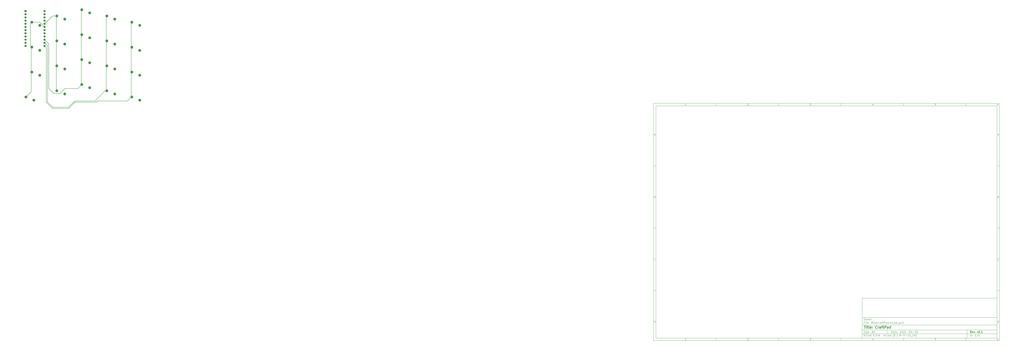
<source format=gbr>
%TF.GenerationSoftware,KiCad,Pcbnew,(5.1.9-0-10_14)*%
%TF.CreationDate,2021-04-02T00:26:10+08:00*%
%TF.ProjectId,MinecraftPad,4d696e65-6372-4616-9674-5061642e6b69,v0.1*%
%TF.SameCoordinates,Original*%
%TF.FileFunction,Copper,L2,Bot*%
%TF.FilePolarity,Positive*%
%FSLAX46Y46*%
G04 Gerber Fmt 4.6, Leading zero omitted, Abs format (unit mm)*
G04 Created by KiCad (PCBNEW (5.1.9-0-10_14)) date 2021-04-02 00:26:10*
%MOMM*%
%LPD*%
G01*
G04 APERTURE LIST*
%ADD10C,0.100000*%
%ADD11C,0.150000*%
%ADD12C,0.300000*%
%ADD13C,0.400000*%
%TA.AperFunction,ComponentPad*%
%ADD14C,2.200000*%
%TD*%
%TA.AperFunction,ComponentPad*%
%ADD15C,1.752600*%
%TD*%
%TA.AperFunction,ComponentPad*%
%ADD16R,1.752600X1.752600*%
%TD*%
%TA.AperFunction,Conductor*%
%ADD17C,0.250000*%
%TD*%
G04 APERTURE END LIST*
D10*
D11*
X177002200Y-166007200D02*
X177002200Y-198007200D01*
X285002200Y-198007200D01*
X285002200Y-166007200D01*
X177002200Y-166007200D01*
D10*
D11*
X10000000Y-10000000D02*
X10000000Y-200007200D01*
X287002200Y-200007200D01*
X287002200Y-10000000D01*
X10000000Y-10000000D01*
D10*
D11*
X12000000Y-12000000D02*
X12000000Y-198007200D01*
X285002200Y-198007200D01*
X285002200Y-12000000D01*
X12000000Y-12000000D01*
D10*
D11*
X60000000Y-12000000D02*
X60000000Y-10000000D01*
D10*
D11*
X110000000Y-12000000D02*
X110000000Y-10000000D01*
D10*
D11*
X160000000Y-12000000D02*
X160000000Y-10000000D01*
D10*
D11*
X210000000Y-12000000D02*
X210000000Y-10000000D01*
D10*
D11*
X260000000Y-12000000D02*
X260000000Y-10000000D01*
D10*
D11*
X36065476Y-11588095D02*
X35322619Y-11588095D01*
X35694047Y-11588095D02*
X35694047Y-10288095D01*
X35570238Y-10473809D01*
X35446428Y-10597619D01*
X35322619Y-10659523D01*
D10*
D11*
X85322619Y-10411904D02*
X85384523Y-10350000D01*
X85508333Y-10288095D01*
X85817857Y-10288095D01*
X85941666Y-10350000D01*
X86003571Y-10411904D01*
X86065476Y-10535714D01*
X86065476Y-10659523D01*
X86003571Y-10845238D01*
X85260714Y-11588095D01*
X86065476Y-11588095D01*
D10*
D11*
X135260714Y-10288095D02*
X136065476Y-10288095D01*
X135632142Y-10783333D01*
X135817857Y-10783333D01*
X135941666Y-10845238D01*
X136003571Y-10907142D01*
X136065476Y-11030952D01*
X136065476Y-11340476D01*
X136003571Y-11464285D01*
X135941666Y-11526190D01*
X135817857Y-11588095D01*
X135446428Y-11588095D01*
X135322619Y-11526190D01*
X135260714Y-11464285D01*
D10*
D11*
X185941666Y-10721428D02*
X185941666Y-11588095D01*
X185632142Y-10226190D02*
X185322619Y-11154761D01*
X186127380Y-11154761D01*
D10*
D11*
X236003571Y-10288095D02*
X235384523Y-10288095D01*
X235322619Y-10907142D01*
X235384523Y-10845238D01*
X235508333Y-10783333D01*
X235817857Y-10783333D01*
X235941666Y-10845238D01*
X236003571Y-10907142D01*
X236065476Y-11030952D01*
X236065476Y-11340476D01*
X236003571Y-11464285D01*
X235941666Y-11526190D01*
X235817857Y-11588095D01*
X235508333Y-11588095D01*
X235384523Y-11526190D01*
X235322619Y-11464285D01*
D10*
D11*
X285941666Y-10288095D02*
X285694047Y-10288095D01*
X285570238Y-10350000D01*
X285508333Y-10411904D01*
X285384523Y-10597619D01*
X285322619Y-10845238D01*
X285322619Y-11340476D01*
X285384523Y-11464285D01*
X285446428Y-11526190D01*
X285570238Y-11588095D01*
X285817857Y-11588095D01*
X285941666Y-11526190D01*
X286003571Y-11464285D01*
X286065476Y-11340476D01*
X286065476Y-11030952D01*
X286003571Y-10907142D01*
X285941666Y-10845238D01*
X285817857Y-10783333D01*
X285570238Y-10783333D01*
X285446428Y-10845238D01*
X285384523Y-10907142D01*
X285322619Y-11030952D01*
D10*
D11*
X60000000Y-198007200D02*
X60000000Y-200007200D01*
D10*
D11*
X110000000Y-198007200D02*
X110000000Y-200007200D01*
D10*
D11*
X160000000Y-198007200D02*
X160000000Y-200007200D01*
D10*
D11*
X210000000Y-198007200D02*
X210000000Y-200007200D01*
D10*
D11*
X260000000Y-198007200D02*
X260000000Y-200007200D01*
D10*
D11*
X36065476Y-199595295D02*
X35322619Y-199595295D01*
X35694047Y-199595295D02*
X35694047Y-198295295D01*
X35570238Y-198481009D01*
X35446428Y-198604819D01*
X35322619Y-198666723D01*
D10*
D11*
X85322619Y-198419104D02*
X85384523Y-198357200D01*
X85508333Y-198295295D01*
X85817857Y-198295295D01*
X85941666Y-198357200D01*
X86003571Y-198419104D01*
X86065476Y-198542914D01*
X86065476Y-198666723D01*
X86003571Y-198852438D01*
X85260714Y-199595295D01*
X86065476Y-199595295D01*
D10*
D11*
X135260714Y-198295295D02*
X136065476Y-198295295D01*
X135632142Y-198790533D01*
X135817857Y-198790533D01*
X135941666Y-198852438D01*
X136003571Y-198914342D01*
X136065476Y-199038152D01*
X136065476Y-199347676D01*
X136003571Y-199471485D01*
X135941666Y-199533390D01*
X135817857Y-199595295D01*
X135446428Y-199595295D01*
X135322619Y-199533390D01*
X135260714Y-199471485D01*
D10*
D11*
X185941666Y-198728628D02*
X185941666Y-199595295D01*
X185632142Y-198233390D02*
X185322619Y-199161961D01*
X186127380Y-199161961D01*
D10*
D11*
X236003571Y-198295295D02*
X235384523Y-198295295D01*
X235322619Y-198914342D01*
X235384523Y-198852438D01*
X235508333Y-198790533D01*
X235817857Y-198790533D01*
X235941666Y-198852438D01*
X236003571Y-198914342D01*
X236065476Y-199038152D01*
X236065476Y-199347676D01*
X236003571Y-199471485D01*
X235941666Y-199533390D01*
X235817857Y-199595295D01*
X235508333Y-199595295D01*
X235384523Y-199533390D01*
X235322619Y-199471485D01*
D10*
D11*
X285941666Y-198295295D02*
X285694047Y-198295295D01*
X285570238Y-198357200D01*
X285508333Y-198419104D01*
X285384523Y-198604819D01*
X285322619Y-198852438D01*
X285322619Y-199347676D01*
X285384523Y-199471485D01*
X285446428Y-199533390D01*
X285570238Y-199595295D01*
X285817857Y-199595295D01*
X285941666Y-199533390D01*
X286003571Y-199471485D01*
X286065476Y-199347676D01*
X286065476Y-199038152D01*
X286003571Y-198914342D01*
X285941666Y-198852438D01*
X285817857Y-198790533D01*
X285570238Y-198790533D01*
X285446428Y-198852438D01*
X285384523Y-198914342D01*
X285322619Y-199038152D01*
D10*
D11*
X10000000Y-60000000D02*
X12000000Y-60000000D01*
D10*
D11*
X10000000Y-110000000D02*
X12000000Y-110000000D01*
D10*
D11*
X10000000Y-160000000D02*
X12000000Y-160000000D01*
D10*
D11*
X10690476Y-35216666D02*
X11309523Y-35216666D01*
X10566666Y-35588095D02*
X11000000Y-34288095D01*
X11433333Y-35588095D01*
D10*
D11*
X11092857Y-84907142D02*
X11278571Y-84969047D01*
X11340476Y-85030952D01*
X11402380Y-85154761D01*
X11402380Y-85340476D01*
X11340476Y-85464285D01*
X11278571Y-85526190D01*
X11154761Y-85588095D01*
X10659523Y-85588095D01*
X10659523Y-84288095D01*
X11092857Y-84288095D01*
X11216666Y-84350000D01*
X11278571Y-84411904D01*
X11340476Y-84535714D01*
X11340476Y-84659523D01*
X11278571Y-84783333D01*
X11216666Y-84845238D01*
X11092857Y-84907142D01*
X10659523Y-84907142D01*
D10*
D11*
X11402380Y-135464285D02*
X11340476Y-135526190D01*
X11154761Y-135588095D01*
X11030952Y-135588095D01*
X10845238Y-135526190D01*
X10721428Y-135402380D01*
X10659523Y-135278571D01*
X10597619Y-135030952D01*
X10597619Y-134845238D01*
X10659523Y-134597619D01*
X10721428Y-134473809D01*
X10845238Y-134350000D01*
X11030952Y-134288095D01*
X11154761Y-134288095D01*
X11340476Y-134350000D01*
X11402380Y-134411904D01*
D10*
D11*
X10659523Y-185588095D02*
X10659523Y-184288095D01*
X10969047Y-184288095D01*
X11154761Y-184350000D01*
X11278571Y-184473809D01*
X11340476Y-184597619D01*
X11402380Y-184845238D01*
X11402380Y-185030952D01*
X11340476Y-185278571D01*
X11278571Y-185402380D01*
X11154761Y-185526190D01*
X10969047Y-185588095D01*
X10659523Y-185588095D01*
D10*
D11*
X287002200Y-60000000D02*
X285002200Y-60000000D01*
D10*
D11*
X287002200Y-110000000D02*
X285002200Y-110000000D01*
D10*
D11*
X287002200Y-160000000D02*
X285002200Y-160000000D01*
D10*
D11*
X285692676Y-35216666D02*
X286311723Y-35216666D01*
X285568866Y-35588095D02*
X286002200Y-34288095D01*
X286435533Y-35588095D01*
D10*
D11*
X286095057Y-84907142D02*
X286280771Y-84969047D01*
X286342676Y-85030952D01*
X286404580Y-85154761D01*
X286404580Y-85340476D01*
X286342676Y-85464285D01*
X286280771Y-85526190D01*
X286156961Y-85588095D01*
X285661723Y-85588095D01*
X285661723Y-84288095D01*
X286095057Y-84288095D01*
X286218866Y-84350000D01*
X286280771Y-84411904D01*
X286342676Y-84535714D01*
X286342676Y-84659523D01*
X286280771Y-84783333D01*
X286218866Y-84845238D01*
X286095057Y-84907142D01*
X285661723Y-84907142D01*
D10*
D11*
X286404580Y-135464285D02*
X286342676Y-135526190D01*
X286156961Y-135588095D01*
X286033152Y-135588095D01*
X285847438Y-135526190D01*
X285723628Y-135402380D01*
X285661723Y-135278571D01*
X285599819Y-135030952D01*
X285599819Y-134845238D01*
X285661723Y-134597619D01*
X285723628Y-134473809D01*
X285847438Y-134350000D01*
X286033152Y-134288095D01*
X286156961Y-134288095D01*
X286342676Y-134350000D01*
X286404580Y-134411904D01*
D10*
D11*
X285661723Y-185588095D02*
X285661723Y-184288095D01*
X285971247Y-184288095D01*
X286156961Y-184350000D01*
X286280771Y-184473809D01*
X286342676Y-184597619D01*
X286404580Y-184845238D01*
X286404580Y-185030952D01*
X286342676Y-185278571D01*
X286280771Y-185402380D01*
X286156961Y-185526190D01*
X285971247Y-185588095D01*
X285661723Y-185588095D01*
D10*
D11*
X200434342Y-193785771D02*
X200434342Y-192285771D01*
X200791485Y-192285771D01*
X201005771Y-192357200D01*
X201148628Y-192500057D01*
X201220057Y-192642914D01*
X201291485Y-192928628D01*
X201291485Y-193142914D01*
X201220057Y-193428628D01*
X201148628Y-193571485D01*
X201005771Y-193714342D01*
X200791485Y-193785771D01*
X200434342Y-193785771D01*
X202577200Y-193785771D02*
X202577200Y-193000057D01*
X202505771Y-192857200D01*
X202362914Y-192785771D01*
X202077200Y-192785771D01*
X201934342Y-192857200D01*
X202577200Y-193714342D02*
X202434342Y-193785771D01*
X202077200Y-193785771D01*
X201934342Y-193714342D01*
X201862914Y-193571485D01*
X201862914Y-193428628D01*
X201934342Y-193285771D01*
X202077200Y-193214342D01*
X202434342Y-193214342D01*
X202577200Y-193142914D01*
X203077200Y-192785771D02*
X203648628Y-192785771D01*
X203291485Y-192285771D02*
X203291485Y-193571485D01*
X203362914Y-193714342D01*
X203505771Y-193785771D01*
X203648628Y-193785771D01*
X204720057Y-193714342D02*
X204577200Y-193785771D01*
X204291485Y-193785771D01*
X204148628Y-193714342D01*
X204077200Y-193571485D01*
X204077200Y-193000057D01*
X204148628Y-192857200D01*
X204291485Y-192785771D01*
X204577200Y-192785771D01*
X204720057Y-192857200D01*
X204791485Y-193000057D01*
X204791485Y-193142914D01*
X204077200Y-193285771D01*
X205434342Y-193642914D02*
X205505771Y-193714342D01*
X205434342Y-193785771D01*
X205362914Y-193714342D01*
X205434342Y-193642914D01*
X205434342Y-193785771D01*
X205434342Y-192857200D02*
X205505771Y-192928628D01*
X205434342Y-193000057D01*
X205362914Y-192928628D01*
X205434342Y-192857200D01*
X205434342Y-193000057D01*
X207220057Y-192428628D02*
X207291485Y-192357200D01*
X207434342Y-192285771D01*
X207791485Y-192285771D01*
X207934342Y-192357200D01*
X208005771Y-192428628D01*
X208077200Y-192571485D01*
X208077200Y-192714342D01*
X208005771Y-192928628D01*
X207148628Y-193785771D01*
X208077200Y-193785771D01*
X209005771Y-192285771D02*
X209148628Y-192285771D01*
X209291485Y-192357200D01*
X209362914Y-192428628D01*
X209434342Y-192571485D01*
X209505771Y-192857200D01*
X209505771Y-193214342D01*
X209434342Y-193500057D01*
X209362914Y-193642914D01*
X209291485Y-193714342D01*
X209148628Y-193785771D01*
X209005771Y-193785771D01*
X208862914Y-193714342D01*
X208791485Y-193642914D01*
X208720057Y-193500057D01*
X208648628Y-193214342D01*
X208648628Y-192857200D01*
X208720057Y-192571485D01*
X208791485Y-192428628D01*
X208862914Y-192357200D01*
X209005771Y-192285771D01*
X210077200Y-192428628D02*
X210148628Y-192357200D01*
X210291485Y-192285771D01*
X210648628Y-192285771D01*
X210791485Y-192357200D01*
X210862914Y-192428628D01*
X210934342Y-192571485D01*
X210934342Y-192714342D01*
X210862914Y-192928628D01*
X210005771Y-193785771D01*
X210934342Y-193785771D01*
X212362914Y-193785771D02*
X211505771Y-193785771D01*
X211934342Y-193785771D02*
X211934342Y-192285771D01*
X211791485Y-192500057D01*
X211648628Y-192642914D01*
X211505771Y-192714342D01*
X213005771Y-193214342D02*
X214148628Y-193214342D01*
X215148628Y-192285771D02*
X215291485Y-192285771D01*
X215434342Y-192357200D01*
X215505771Y-192428628D01*
X215577200Y-192571485D01*
X215648628Y-192857200D01*
X215648628Y-193214342D01*
X215577200Y-193500057D01*
X215505771Y-193642914D01*
X215434342Y-193714342D01*
X215291485Y-193785771D01*
X215148628Y-193785771D01*
X215005771Y-193714342D01*
X214934342Y-193642914D01*
X214862914Y-193500057D01*
X214791485Y-193214342D01*
X214791485Y-192857200D01*
X214862914Y-192571485D01*
X214934342Y-192428628D01*
X215005771Y-192357200D01*
X215148628Y-192285771D01*
X216934342Y-192785771D02*
X216934342Y-193785771D01*
X216577200Y-192214342D02*
X216220057Y-193285771D01*
X217148628Y-193285771D01*
X217720057Y-193214342D02*
X218862914Y-193214342D01*
X219862914Y-192285771D02*
X220005771Y-192285771D01*
X220148628Y-192357200D01*
X220220057Y-192428628D01*
X220291485Y-192571485D01*
X220362914Y-192857200D01*
X220362914Y-193214342D01*
X220291485Y-193500057D01*
X220220057Y-193642914D01*
X220148628Y-193714342D01*
X220005771Y-193785771D01*
X219862914Y-193785771D01*
X219720057Y-193714342D01*
X219648628Y-193642914D01*
X219577200Y-193500057D01*
X219505771Y-193214342D01*
X219505771Y-192857200D01*
X219577200Y-192571485D01*
X219648628Y-192428628D01*
X219720057Y-192357200D01*
X219862914Y-192285771D01*
X221791485Y-193785771D02*
X220934342Y-193785771D01*
X221362914Y-193785771D02*
X221362914Y-192285771D01*
X221220057Y-192500057D01*
X221077200Y-192642914D01*
X220934342Y-192714342D01*
D10*
D11*
X177002200Y-194507200D02*
X285002200Y-194507200D01*
D10*
D11*
X178434342Y-196585771D02*
X178434342Y-195085771D01*
X179291485Y-196585771D02*
X178648628Y-195728628D01*
X179291485Y-195085771D02*
X178434342Y-195942914D01*
X179934342Y-196585771D02*
X179934342Y-195585771D01*
X179934342Y-195085771D02*
X179862914Y-195157200D01*
X179934342Y-195228628D01*
X180005771Y-195157200D01*
X179934342Y-195085771D01*
X179934342Y-195228628D01*
X181505771Y-196442914D02*
X181434342Y-196514342D01*
X181220057Y-196585771D01*
X181077200Y-196585771D01*
X180862914Y-196514342D01*
X180720057Y-196371485D01*
X180648628Y-196228628D01*
X180577200Y-195942914D01*
X180577200Y-195728628D01*
X180648628Y-195442914D01*
X180720057Y-195300057D01*
X180862914Y-195157200D01*
X181077200Y-195085771D01*
X181220057Y-195085771D01*
X181434342Y-195157200D01*
X181505771Y-195228628D01*
X182791485Y-196585771D02*
X182791485Y-195800057D01*
X182720057Y-195657200D01*
X182577200Y-195585771D01*
X182291485Y-195585771D01*
X182148628Y-195657200D01*
X182791485Y-196514342D02*
X182648628Y-196585771D01*
X182291485Y-196585771D01*
X182148628Y-196514342D01*
X182077200Y-196371485D01*
X182077200Y-196228628D01*
X182148628Y-196085771D01*
X182291485Y-196014342D01*
X182648628Y-196014342D01*
X182791485Y-195942914D01*
X184148628Y-196585771D02*
X184148628Y-195085771D01*
X184148628Y-196514342D02*
X184005771Y-196585771D01*
X183720057Y-196585771D01*
X183577200Y-196514342D01*
X183505771Y-196442914D01*
X183434342Y-196300057D01*
X183434342Y-195871485D01*
X183505771Y-195728628D01*
X183577200Y-195657200D01*
X183720057Y-195585771D01*
X184005771Y-195585771D01*
X184148628Y-195657200D01*
X186005771Y-195800057D02*
X186505771Y-195800057D01*
X186720057Y-196585771D02*
X186005771Y-196585771D01*
X186005771Y-195085771D01*
X186720057Y-195085771D01*
X187362914Y-196442914D02*
X187434342Y-196514342D01*
X187362914Y-196585771D01*
X187291485Y-196514342D01*
X187362914Y-196442914D01*
X187362914Y-196585771D01*
X188077200Y-196585771D02*
X188077200Y-195085771D01*
X188434342Y-195085771D01*
X188648628Y-195157200D01*
X188791485Y-195300057D01*
X188862914Y-195442914D01*
X188934342Y-195728628D01*
X188934342Y-195942914D01*
X188862914Y-196228628D01*
X188791485Y-196371485D01*
X188648628Y-196514342D01*
X188434342Y-196585771D01*
X188077200Y-196585771D01*
X189577200Y-196442914D02*
X189648628Y-196514342D01*
X189577200Y-196585771D01*
X189505771Y-196514342D01*
X189577200Y-196442914D01*
X189577200Y-196585771D01*
X190220057Y-196157200D02*
X190934342Y-196157200D01*
X190077200Y-196585771D02*
X190577200Y-195085771D01*
X191077200Y-196585771D01*
X191577200Y-196442914D02*
X191648628Y-196514342D01*
X191577200Y-196585771D01*
X191505771Y-196514342D01*
X191577200Y-196442914D01*
X191577200Y-196585771D01*
X194577200Y-196585771D02*
X194577200Y-195085771D01*
X194720057Y-196014342D02*
X195148628Y-196585771D01*
X195148628Y-195585771D02*
X194577200Y-196157200D01*
X195791485Y-196585771D02*
X195791485Y-195585771D01*
X195791485Y-195085771D02*
X195720057Y-195157200D01*
X195791485Y-195228628D01*
X195862914Y-195157200D01*
X195791485Y-195085771D01*
X195791485Y-195228628D01*
X197148628Y-196514342D02*
X197005771Y-196585771D01*
X196720057Y-196585771D01*
X196577200Y-196514342D01*
X196505771Y-196442914D01*
X196434342Y-196300057D01*
X196434342Y-195871485D01*
X196505771Y-195728628D01*
X196577200Y-195657200D01*
X196720057Y-195585771D01*
X197005771Y-195585771D01*
X197148628Y-195657200D01*
X198434342Y-196585771D02*
X198434342Y-195800057D01*
X198362914Y-195657200D01*
X198220057Y-195585771D01*
X197934342Y-195585771D01*
X197791485Y-195657200D01*
X198434342Y-196514342D02*
X198291485Y-196585771D01*
X197934342Y-196585771D01*
X197791485Y-196514342D01*
X197720057Y-196371485D01*
X197720057Y-196228628D01*
X197791485Y-196085771D01*
X197934342Y-196014342D01*
X198291485Y-196014342D01*
X198434342Y-195942914D01*
X199791485Y-196585771D02*
X199791485Y-195085771D01*
X199791485Y-196514342D02*
X199648628Y-196585771D01*
X199362914Y-196585771D01*
X199220057Y-196514342D01*
X199148628Y-196442914D01*
X199077200Y-196300057D01*
X199077200Y-195871485D01*
X199148628Y-195728628D01*
X199220057Y-195657200D01*
X199362914Y-195585771D01*
X199648628Y-195585771D01*
X199791485Y-195657200D01*
X202077200Y-197157200D02*
X202005771Y-197085771D01*
X201862914Y-196871485D01*
X201791485Y-196728628D01*
X201720057Y-196514342D01*
X201648628Y-196157200D01*
X201648628Y-195871485D01*
X201720057Y-195514342D01*
X201791485Y-195300057D01*
X201862914Y-195157200D01*
X202005771Y-194942914D01*
X202077200Y-194871485D01*
X203362914Y-195085771D02*
X202648628Y-195085771D01*
X202577200Y-195800057D01*
X202648628Y-195728628D01*
X202791485Y-195657200D01*
X203148628Y-195657200D01*
X203291485Y-195728628D01*
X203362914Y-195800057D01*
X203434342Y-195942914D01*
X203434342Y-196300057D01*
X203362914Y-196442914D01*
X203291485Y-196514342D01*
X203148628Y-196585771D01*
X202791485Y-196585771D01*
X202648628Y-196514342D01*
X202577200Y-196442914D01*
X204077200Y-196442914D02*
X204148628Y-196514342D01*
X204077200Y-196585771D01*
X204005771Y-196514342D01*
X204077200Y-196442914D01*
X204077200Y-196585771D01*
X205577200Y-196585771D02*
X204720057Y-196585771D01*
X205148628Y-196585771D02*
X205148628Y-195085771D01*
X205005771Y-195300057D01*
X204862914Y-195442914D01*
X204720057Y-195514342D01*
X206220057Y-196442914D02*
X206291485Y-196514342D01*
X206220057Y-196585771D01*
X206148628Y-196514342D01*
X206220057Y-196442914D01*
X206220057Y-196585771D01*
X207005771Y-196585771D02*
X207291485Y-196585771D01*
X207434342Y-196514342D01*
X207505771Y-196442914D01*
X207648628Y-196228628D01*
X207720057Y-195942914D01*
X207720057Y-195371485D01*
X207648628Y-195228628D01*
X207577200Y-195157200D01*
X207434342Y-195085771D01*
X207148628Y-195085771D01*
X207005771Y-195157200D01*
X206934342Y-195228628D01*
X206862914Y-195371485D01*
X206862914Y-195728628D01*
X206934342Y-195871485D01*
X207005771Y-195942914D01*
X207148628Y-196014342D01*
X207434342Y-196014342D01*
X207577200Y-195942914D01*
X207648628Y-195871485D01*
X207720057Y-195728628D01*
X208362914Y-196014342D02*
X209505771Y-196014342D01*
X210505771Y-195085771D02*
X210648628Y-195085771D01*
X210791485Y-195157200D01*
X210862914Y-195228628D01*
X210934342Y-195371485D01*
X211005771Y-195657200D01*
X211005771Y-196014342D01*
X210934342Y-196300057D01*
X210862914Y-196442914D01*
X210791485Y-196514342D01*
X210648628Y-196585771D01*
X210505771Y-196585771D01*
X210362914Y-196514342D01*
X210291485Y-196442914D01*
X210220057Y-196300057D01*
X210148628Y-196014342D01*
X210148628Y-195657200D01*
X210220057Y-195371485D01*
X210291485Y-195228628D01*
X210362914Y-195157200D01*
X210505771Y-195085771D01*
X211648628Y-196014342D02*
X212791485Y-196014342D01*
X214291485Y-196585771D02*
X213434342Y-196585771D01*
X213862914Y-196585771D02*
X213862914Y-195085771D01*
X213720057Y-195300057D01*
X213577200Y-195442914D01*
X213434342Y-195514342D01*
X215220057Y-195085771D02*
X215362914Y-195085771D01*
X215505771Y-195157200D01*
X215577200Y-195228628D01*
X215648628Y-195371485D01*
X215720057Y-195657200D01*
X215720057Y-196014342D01*
X215648628Y-196300057D01*
X215577200Y-196442914D01*
X215505771Y-196514342D01*
X215362914Y-196585771D01*
X215220057Y-196585771D01*
X215077200Y-196514342D01*
X215005771Y-196442914D01*
X214934342Y-196300057D01*
X214862914Y-196014342D01*
X214862914Y-195657200D01*
X214934342Y-195371485D01*
X215005771Y-195228628D01*
X215077200Y-195157200D01*
X215220057Y-195085771D01*
X216005771Y-196728628D02*
X217148628Y-196728628D01*
X218291485Y-196585771D02*
X217434342Y-196585771D01*
X217862914Y-196585771D02*
X217862914Y-195085771D01*
X217720057Y-195300057D01*
X217577200Y-195442914D01*
X217434342Y-195514342D01*
X219577200Y-195585771D02*
X219577200Y-196585771D01*
X219220057Y-195014342D02*
X218862914Y-196085771D01*
X219791485Y-196085771D01*
X220220057Y-197157200D02*
X220291485Y-197085771D01*
X220434342Y-196871485D01*
X220505771Y-196728628D01*
X220577200Y-196514342D01*
X220648628Y-196157200D01*
X220648628Y-195871485D01*
X220577200Y-195514342D01*
X220505771Y-195300057D01*
X220434342Y-195157200D01*
X220291485Y-194942914D01*
X220220057Y-194871485D01*
D10*
D11*
X177002200Y-191507200D02*
X285002200Y-191507200D01*
D10*
D12*
X264411485Y-193785771D02*
X263911485Y-193071485D01*
X263554342Y-193785771D02*
X263554342Y-192285771D01*
X264125771Y-192285771D01*
X264268628Y-192357200D01*
X264340057Y-192428628D01*
X264411485Y-192571485D01*
X264411485Y-192785771D01*
X264340057Y-192928628D01*
X264268628Y-193000057D01*
X264125771Y-193071485D01*
X263554342Y-193071485D01*
X265625771Y-193714342D02*
X265482914Y-193785771D01*
X265197200Y-193785771D01*
X265054342Y-193714342D01*
X264982914Y-193571485D01*
X264982914Y-193000057D01*
X265054342Y-192857200D01*
X265197200Y-192785771D01*
X265482914Y-192785771D01*
X265625771Y-192857200D01*
X265697200Y-193000057D01*
X265697200Y-193142914D01*
X264982914Y-193285771D01*
X266197200Y-192785771D02*
X266554342Y-193785771D01*
X266911485Y-192785771D01*
X267482914Y-193642914D02*
X267554342Y-193714342D01*
X267482914Y-193785771D01*
X267411485Y-193714342D01*
X267482914Y-193642914D01*
X267482914Y-193785771D01*
X267482914Y-192857200D02*
X267554342Y-192928628D01*
X267482914Y-193000057D01*
X267411485Y-192928628D01*
X267482914Y-192857200D01*
X267482914Y-193000057D01*
X269197200Y-192785771D02*
X269554342Y-193785771D01*
X269911485Y-192785771D01*
X270768628Y-192285771D02*
X270911485Y-192285771D01*
X271054342Y-192357200D01*
X271125771Y-192428628D01*
X271197200Y-192571485D01*
X271268628Y-192857200D01*
X271268628Y-193214342D01*
X271197200Y-193500057D01*
X271125771Y-193642914D01*
X271054342Y-193714342D01*
X270911485Y-193785771D01*
X270768628Y-193785771D01*
X270625771Y-193714342D01*
X270554342Y-193642914D01*
X270482914Y-193500057D01*
X270411485Y-193214342D01*
X270411485Y-192857200D01*
X270482914Y-192571485D01*
X270554342Y-192428628D01*
X270625771Y-192357200D01*
X270768628Y-192285771D01*
X271911485Y-193642914D02*
X271982914Y-193714342D01*
X271911485Y-193785771D01*
X271840057Y-193714342D01*
X271911485Y-193642914D01*
X271911485Y-193785771D01*
X273411485Y-193785771D02*
X272554342Y-193785771D01*
X272982914Y-193785771D02*
X272982914Y-192285771D01*
X272840057Y-192500057D01*
X272697200Y-192642914D01*
X272554342Y-192714342D01*
D10*
D11*
X178362914Y-193714342D02*
X178577200Y-193785771D01*
X178934342Y-193785771D01*
X179077200Y-193714342D01*
X179148628Y-193642914D01*
X179220057Y-193500057D01*
X179220057Y-193357200D01*
X179148628Y-193214342D01*
X179077200Y-193142914D01*
X178934342Y-193071485D01*
X178648628Y-193000057D01*
X178505771Y-192928628D01*
X178434342Y-192857200D01*
X178362914Y-192714342D01*
X178362914Y-192571485D01*
X178434342Y-192428628D01*
X178505771Y-192357200D01*
X178648628Y-192285771D01*
X179005771Y-192285771D01*
X179220057Y-192357200D01*
X179862914Y-193785771D02*
X179862914Y-192785771D01*
X179862914Y-192285771D02*
X179791485Y-192357200D01*
X179862914Y-192428628D01*
X179934342Y-192357200D01*
X179862914Y-192285771D01*
X179862914Y-192428628D01*
X180434342Y-192785771D02*
X181220057Y-192785771D01*
X180434342Y-193785771D01*
X181220057Y-193785771D01*
X182362914Y-193714342D02*
X182220057Y-193785771D01*
X181934342Y-193785771D01*
X181791485Y-193714342D01*
X181720057Y-193571485D01*
X181720057Y-193000057D01*
X181791485Y-192857200D01*
X181934342Y-192785771D01*
X182220057Y-192785771D01*
X182362914Y-192857200D01*
X182434342Y-193000057D01*
X182434342Y-193142914D01*
X181720057Y-193285771D01*
X183077200Y-193642914D02*
X183148628Y-193714342D01*
X183077200Y-193785771D01*
X183005771Y-193714342D01*
X183077200Y-193642914D01*
X183077200Y-193785771D01*
X183077200Y-192857200D02*
X183148628Y-192928628D01*
X183077200Y-193000057D01*
X183005771Y-192928628D01*
X183077200Y-192857200D01*
X183077200Y-193000057D01*
X184862914Y-193357200D02*
X185577200Y-193357200D01*
X184720057Y-193785771D02*
X185220057Y-192285771D01*
X185720057Y-193785771D01*
X186862914Y-192785771D02*
X186862914Y-193785771D01*
X186505771Y-192214342D02*
X186148628Y-193285771D01*
X187077200Y-193285771D01*
D10*
D11*
X263434342Y-196585771D02*
X263434342Y-195085771D01*
X264791485Y-196585771D02*
X264791485Y-195085771D01*
X264791485Y-196514342D02*
X264648628Y-196585771D01*
X264362914Y-196585771D01*
X264220057Y-196514342D01*
X264148628Y-196442914D01*
X264077200Y-196300057D01*
X264077200Y-195871485D01*
X264148628Y-195728628D01*
X264220057Y-195657200D01*
X264362914Y-195585771D01*
X264648628Y-195585771D01*
X264791485Y-195657200D01*
X265505771Y-196442914D02*
X265577200Y-196514342D01*
X265505771Y-196585771D01*
X265434342Y-196514342D01*
X265505771Y-196442914D01*
X265505771Y-196585771D01*
X265505771Y-195657200D02*
X265577200Y-195728628D01*
X265505771Y-195800057D01*
X265434342Y-195728628D01*
X265505771Y-195657200D01*
X265505771Y-195800057D01*
X268148628Y-196585771D02*
X267291485Y-196585771D01*
X267720057Y-196585771D02*
X267720057Y-195085771D01*
X267577200Y-195300057D01*
X267434342Y-195442914D01*
X267291485Y-195514342D01*
X269862914Y-195014342D02*
X268577200Y-196942914D01*
X271148628Y-196585771D02*
X270291485Y-196585771D01*
X270720057Y-196585771D02*
X270720057Y-195085771D01*
X270577200Y-195300057D01*
X270434342Y-195442914D01*
X270291485Y-195514342D01*
D10*
D11*
X177002200Y-187507200D02*
X285002200Y-187507200D01*
D10*
D13*
X178714580Y-188211961D02*
X179857438Y-188211961D01*
X179036009Y-190211961D02*
X179286009Y-188211961D01*
X180274104Y-190211961D02*
X180440771Y-188878628D01*
X180524104Y-188211961D02*
X180416961Y-188307200D01*
X180500295Y-188402438D01*
X180607438Y-188307200D01*
X180524104Y-188211961D01*
X180500295Y-188402438D01*
X181107438Y-188878628D02*
X181869342Y-188878628D01*
X181476485Y-188211961D02*
X181262200Y-189926247D01*
X181333628Y-190116723D01*
X181512200Y-190211961D01*
X181702676Y-190211961D01*
X182655057Y-190211961D02*
X182476485Y-190116723D01*
X182405057Y-189926247D01*
X182619342Y-188211961D01*
X184190771Y-190116723D02*
X183988390Y-190211961D01*
X183607438Y-190211961D01*
X183428866Y-190116723D01*
X183357438Y-189926247D01*
X183452676Y-189164342D01*
X183571723Y-188973866D01*
X183774104Y-188878628D01*
X184155057Y-188878628D01*
X184333628Y-188973866D01*
X184405057Y-189164342D01*
X184381247Y-189354819D01*
X183405057Y-189545295D01*
X185155057Y-190021485D02*
X185238390Y-190116723D01*
X185131247Y-190211961D01*
X185047914Y-190116723D01*
X185155057Y-190021485D01*
X185131247Y-190211961D01*
X185286009Y-188973866D02*
X185369342Y-189069104D01*
X185262200Y-189164342D01*
X185178866Y-189069104D01*
X185286009Y-188973866D01*
X185262200Y-189164342D01*
X188774104Y-190021485D02*
X188666961Y-190116723D01*
X188369342Y-190211961D01*
X188178866Y-190211961D01*
X187905057Y-190116723D01*
X187738390Y-189926247D01*
X187666961Y-189735771D01*
X187619342Y-189354819D01*
X187655057Y-189069104D01*
X187797914Y-188688152D01*
X187916961Y-188497676D01*
X188131247Y-188307200D01*
X188428866Y-188211961D01*
X188619342Y-188211961D01*
X188893152Y-188307200D01*
X188976485Y-188402438D01*
X189607438Y-190211961D02*
X189774104Y-188878628D01*
X189726485Y-189259580D02*
X189845533Y-189069104D01*
X189952676Y-188973866D01*
X190155057Y-188878628D01*
X190345533Y-188878628D01*
X191702676Y-190211961D02*
X191833628Y-189164342D01*
X191762200Y-188973866D01*
X191583628Y-188878628D01*
X191202676Y-188878628D01*
X191000295Y-188973866D01*
X191714580Y-190116723D02*
X191512200Y-190211961D01*
X191036009Y-190211961D01*
X190857438Y-190116723D01*
X190786009Y-189926247D01*
X190809819Y-189735771D01*
X190928866Y-189545295D01*
X191131247Y-189450057D01*
X191607438Y-189450057D01*
X191809819Y-189354819D01*
X192536009Y-188878628D02*
X193297914Y-188878628D01*
X192655057Y-190211961D02*
X192869342Y-188497676D01*
X192988390Y-188307200D01*
X193190771Y-188211961D01*
X193381247Y-188211961D01*
X193678866Y-188878628D02*
X194440771Y-188878628D01*
X194047914Y-188211961D02*
X193833628Y-189926247D01*
X193905057Y-190116723D01*
X194083628Y-190211961D01*
X194274104Y-190211961D01*
X194940771Y-190211961D02*
X195190771Y-188211961D01*
X195952676Y-188211961D01*
X196131247Y-188307200D01*
X196214580Y-188402438D01*
X196286009Y-188592914D01*
X196250295Y-188878628D01*
X196131247Y-189069104D01*
X196024104Y-189164342D01*
X195821723Y-189259580D01*
X195059819Y-189259580D01*
X197797914Y-190211961D02*
X197928866Y-189164342D01*
X197857438Y-188973866D01*
X197678866Y-188878628D01*
X197297914Y-188878628D01*
X197095533Y-188973866D01*
X197809819Y-190116723D02*
X197607438Y-190211961D01*
X197131247Y-190211961D01*
X196952676Y-190116723D01*
X196881247Y-189926247D01*
X196905057Y-189735771D01*
X197024104Y-189545295D01*
X197226485Y-189450057D01*
X197702676Y-189450057D01*
X197905057Y-189354819D01*
X199607438Y-190211961D02*
X199857438Y-188211961D01*
X199619342Y-190116723D02*
X199416961Y-190211961D01*
X199036009Y-190211961D01*
X198857438Y-190116723D01*
X198774104Y-190021485D01*
X198702676Y-189831009D01*
X198774104Y-189259580D01*
X198893152Y-189069104D01*
X199000295Y-188973866D01*
X199202676Y-188878628D01*
X199583628Y-188878628D01*
X199762200Y-188973866D01*
D10*
D11*
X178934342Y-185600057D02*
X178434342Y-185600057D01*
X178434342Y-186385771D02*
X178434342Y-184885771D01*
X179148628Y-184885771D01*
X179720057Y-186385771D02*
X179720057Y-185385771D01*
X179720057Y-184885771D02*
X179648628Y-184957200D01*
X179720057Y-185028628D01*
X179791485Y-184957200D01*
X179720057Y-184885771D01*
X179720057Y-185028628D01*
X180648628Y-186385771D02*
X180505771Y-186314342D01*
X180434342Y-186171485D01*
X180434342Y-184885771D01*
X181791485Y-186314342D02*
X181648628Y-186385771D01*
X181362914Y-186385771D01*
X181220057Y-186314342D01*
X181148628Y-186171485D01*
X181148628Y-185600057D01*
X181220057Y-185457200D01*
X181362914Y-185385771D01*
X181648628Y-185385771D01*
X181791485Y-185457200D01*
X181862914Y-185600057D01*
X181862914Y-185742914D01*
X181148628Y-185885771D01*
X182505771Y-186242914D02*
X182577200Y-186314342D01*
X182505771Y-186385771D01*
X182434342Y-186314342D01*
X182505771Y-186242914D01*
X182505771Y-186385771D01*
X182505771Y-185457200D02*
X182577200Y-185528628D01*
X182505771Y-185600057D01*
X182434342Y-185528628D01*
X182505771Y-185457200D01*
X182505771Y-185600057D01*
X184362914Y-186385771D02*
X184362914Y-184885771D01*
X184862914Y-185957200D01*
X185362914Y-184885771D01*
X185362914Y-186385771D01*
X186077200Y-186385771D02*
X186077200Y-185385771D01*
X186077200Y-184885771D02*
X186005771Y-184957200D01*
X186077200Y-185028628D01*
X186148628Y-184957200D01*
X186077200Y-184885771D01*
X186077200Y-185028628D01*
X186791485Y-185385771D02*
X186791485Y-186385771D01*
X186791485Y-185528628D02*
X186862914Y-185457200D01*
X187005771Y-185385771D01*
X187220057Y-185385771D01*
X187362914Y-185457200D01*
X187434342Y-185600057D01*
X187434342Y-186385771D01*
X188720057Y-186314342D02*
X188577200Y-186385771D01*
X188291485Y-186385771D01*
X188148628Y-186314342D01*
X188077200Y-186171485D01*
X188077200Y-185600057D01*
X188148628Y-185457200D01*
X188291485Y-185385771D01*
X188577200Y-185385771D01*
X188720057Y-185457200D01*
X188791485Y-185600057D01*
X188791485Y-185742914D01*
X188077200Y-185885771D01*
X190077200Y-186314342D02*
X189934342Y-186385771D01*
X189648628Y-186385771D01*
X189505771Y-186314342D01*
X189434342Y-186242914D01*
X189362914Y-186100057D01*
X189362914Y-185671485D01*
X189434342Y-185528628D01*
X189505771Y-185457200D01*
X189648628Y-185385771D01*
X189934342Y-185385771D01*
X190077200Y-185457200D01*
X190720057Y-186385771D02*
X190720057Y-185385771D01*
X190720057Y-185671485D02*
X190791485Y-185528628D01*
X190862914Y-185457200D01*
X191005771Y-185385771D01*
X191148628Y-185385771D01*
X192291485Y-186385771D02*
X192291485Y-185600057D01*
X192220057Y-185457200D01*
X192077200Y-185385771D01*
X191791485Y-185385771D01*
X191648628Y-185457200D01*
X192291485Y-186314342D02*
X192148628Y-186385771D01*
X191791485Y-186385771D01*
X191648628Y-186314342D01*
X191577200Y-186171485D01*
X191577200Y-186028628D01*
X191648628Y-185885771D01*
X191791485Y-185814342D01*
X192148628Y-185814342D01*
X192291485Y-185742914D01*
X192791485Y-185385771D02*
X193362914Y-185385771D01*
X193005771Y-186385771D02*
X193005771Y-185100057D01*
X193077200Y-184957200D01*
X193220057Y-184885771D01*
X193362914Y-184885771D01*
X193648628Y-185385771D02*
X194220057Y-185385771D01*
X193862914Y-184885771D02*
X193862914Y-186171485D01*
X193934342Y-186314342D01*
X194077200Y-186385771D01*
X194220057Y-186385771D01*
X194720057Y-186385771D02*
X194720057Y-184885771D01*
X195291485Y-184885771D01*
X195434342Y-184957200D01*
X195505771Y-185028628D01*
X195577200Y-185171485D01*
X195577200Y-185385771D01*
X195505771Y-185528628D01*
X195434342Y-185600057D01*
X195291485Y-185671485D01*
X194720057Y-185671485D01*
X196862914Y-186385771D02*
X196862914Y-185600057D01*
X196791485Y-185457200D01*
X196648628Y-185385771D01*
X196362914Y-185385771D01*
X196220057Y-185457200D01*
X196862914Y-186314342D02*
X196720057Y-186385771D01*
X196362914Y-186385771D01*
X196220057Y-186314342D01*
X196148628Y-186171485D01*
X196148628Y-186028628D01*
X196220057Y-185885771D01*
X196362914Y-185814342D01*
X196720057Y-185814342D01*
X196862914Y-185742914D01*
X198220057Y-186385771D02*
X198220057Y-184885771D01*
X198220057Y-186314342D02*
X198077200Y-186385771D01*
X197791485Y-186385771D01*
X197648628Y-186314342D01*
X197577200Y-186242914D01*
X197505771Y-186100057D01*
X197505771Y-185671485D01*
X197577200Y-185528628D01*
X197648628Y-185457200D01*
X197791485Y-185385771D01*
X198077200Y-185385771D01*
X198220057Y-185457200D01*
X198934342Y-186242914D02*
X199005771Y-186314342D01*
X198934342Y-186385771D01*
X198862914Y-186314342D01*
X198934342Y-186242914D01*
X198934342Y-186385771D01*
X199648628Y-186385771D02*
X199648628Y-184885771D01*
X199791485Y-185814342D02*
X200220057Y-186385771D01*
X200220057Y-185385771D02*
X199648628Y-185957200D01*
X200862914Y-186385771D02*
X200862914Y-185385771D01*
X200862914Y-184885771D02*
X200791485Y-184957200D01*
X200862914Y-185028628D01*
X200934342Y-184957200D01*
X200862914Y-184885771D01*
X200862914Y-185028628D01*
X202220057Y-186314342D02*
X202077200Y-186385771D01*
X201791485Y-186385771D01*
X201648628Y-186314342D01*
X201577200Y-186242914D01*
X201505771Y-186100057D01*
X201505771Y-185671485D01*
X201577200Y-185528628D01*
X201648628Y-185457200D01*
X201791485Y-185385771D01*
X202077200Y-185385771D01*
X202220057Y-185457200D01*
X203505771Y-186385771D02*
X203505771Y-185600057D01*
X203434342Y-185457200D01*
X203291485Y-185385771D01*
X203005771Y-185385771D01*
X202862914Y-185457200D01*
X203505771Y-186314342D02*
X203362914Y-186385771D01*
X203005771Y-186385771D01*
X202862914Y-186314342D01*
X202791485Y-186171485D01*
X202791485Y-186028628D01*
X202862914Y-185885771D01*
X203005771Y-185814342D01*
X203362914Y-185814342D01*
X203505771Y-185742914D01*
X204862914Y-186385771D02*
X204862914Y-184885771D01*
X204862914Y-186314342D02*
X204720057Y-186385771D01*
X204434342Y-186385771D01*
X204291485Y-186314342D01*
X204220057Y-186242914D01*
X204148628Y-186100057D01*
X204148628Y-185671485D01*
X204220057Y-185528628D01*
X204291485Y-185457200D01*
X204434342Y-185385771D01*
X204720057Y-185385771D01*
X204862914Y-185457200D01*
X205220057Y-186528628D02*
X206362914Y-186528628D01*
X206720057Y-185385771D02*
X206720057Y-186885771D01*
X206720057Y-185457200D02*
X206862914Y-185385771D01*
X207148628Y-185385771D01*
X207291485Y-185457200D01*
X207362914Y-185528628D01*
X207434342Y-185671485D01*
X207434342Y-186100057D01*
X207362914Y-186242914D01*
X207291485Y-186314342D01*
X207148628Y-186385771D01*
X206862914Y-186385771D01*
X206720057Y-186314342D01*
X208720057Y-186314342D02*
X208577200Y-186385771D01*
X208291485Y-186385771D01*
X208148628Y-186314342D01*
X208077200Y-186242914D01*
X208005771Y-186100057D01*
X208005771Y-185671485D01*
X208077200Y-185528628D01*
X208148628Y-185457200D01*
X208291485Y-185385771D01*
X208577200Y-185385771D01*
X208720057Y-185457200D01*
X209362914Y-186385771D02*
X209362914Y-184885771D01*
X209362914Y-185457200D02*
X209505771Y-185385771D01*
X209791485Y-185385771D01*
X209934342Y-185457200D01*
X210005771Y-185528628D01*
X210077200Y-185671485D01*
X210077200Y-186100057D01*
X210005771Y-186242914D01*
X209934342Y-186314342D01*
X209791485Y-186385771D01*
X209505771Y-186385771D01*
X209362914Y-186314342D01*
D10*
D11*
X177002200Y-181507200D02*
X285002200Y-181507200D01*
D10*
D11*
X178362914Y-183614342D02*
X178577200Y-183685771D01*
X178934342Y-183685771D01*
X179077200Y-183614342D01*
X179148628Y-183542914D01*
X179220057Y-183400057D01*
X179220057Y-183257200D01*
X179148628Y-183114342D01*
X179077200Y-183042914D01*
X178934342Y-182971485D01*
X178648628Y-182900057D01*
X178505771Y-182828628D01*
X178434342Y-182757200D01*
X178362914Y-182614342D01*
X178362914Y-182471485D01*
X178434342Y-182328628D01*
X178505771Y-182257200D01*
X178648628Y-182185771D01*
X179005771Y-182185771D01*
X179220057Y-182257200D01*
X179862914Y-183685771D02*
X179862914Y-182185771D01*
X180505771Y-183685771D02*
X180505771Y-182900057D01*
X180434342Y-182757200D01*
X180291485Y-182685771D01*
X180077200Y-182685771D01*
X179934342Y-182757200D01*
X179862914Y-182828628D01*
X181791485Y-183614342D02*
X181648628Y-183685771D01*
X181362914Y-183685771D01*
X181220057Y-183614342D01*
X181148628Y-183471485D01*
X181148628Y-182900057D01*
X181220057Y-182757200D01*
X181362914Y-182685771D01*
X181648628Y-182685771D01*
X181791485Y-182757200D01*
X181862914Y-182900057D01*
X181862914Y-183042914D01*
X181148628Y-183185771D01*
X183077200Y-183614342D02*
X182934342Y-183685771D01*
X182648628Y-183685771D01*
X182505771Y-183614342D01*
X182434342Y-183471485D01*
X182434342Y-182900057D01*
X182505771Y-182757200D01*
X182648628Y-182685771D01*
X182934342Y-182685771D01*
X183077200Y-182757200D01*
X183148628Y-182900057D01*
X183148628Y-183042914D01*
X182434342Y-183185771D01*
X183577200Y-182685771D02*
X184148628Y-182685771D01*
X183791485Y-182185771D02*
X183791485Y-183471485D01*
X183862914Y-183614342D01*
X184005771Y-183685771D01*
X184148628Y-183685771D01*
X184648628Y-183542914D02*
X184720057Y-183614342D01*
X184648628Y-183685771D01*
X184577200Y-183614342D01*
X184648628Y-183542914D01*
X184648628Y-183685771D01*
X184648628Y-182757200D02*
X184720057Y-182828628D01*
X184648628Y-182900057D01*
X184577200Y-182828628D01*
X184648628Y-182757200D01*
X184648628Y-182900057D01*
D10*
D11*
X197002200Y-191507200D02*
X197002200Y-194507200D01*
D10*
D11*
X261002200Y-191507200D02*
X261002200Y-198007200D01*
D14*
%TO.P,SW2,2*%
%TO.N,Net-(D2-Pad2)*%
X-421190000Y57540000D03*
%TO.P,SW2,1*%
%TO.N,Col2*%
X-427540000Y60080000D03*
%TD*%
%TO.P,SW1,2*%
%TO.N,Net-(D1-Pad2)*%
X-401190000Y52540000D03*
%TO.P,SW1,1*%
%TO.N,Col1*%
X-407540000Y55080000D03*
%TD*%
%TO.P,SW20,2*%
%TO.N,Net-(D20-Pad2)*%
X-485950000Y-7460000D03*
%TO.P,SW20,1*%
%TO.N,Col5*%
X-492300000Y-4920000D03*
%TD*%
%TO.P,SW19,2*%
%TO.N,Net-(D19-Pad2)*%
X-461190000Y-2460000D03*
%TO.P,SW19,1*%
%TO.N,Col4*%
X-467540000Y80000D03*
%TD*%
%TO.P,SW18,2*%
%TO.N,Net-(D18-Pad2)*%
X-441190000Y2540000D03*
%TO.P,SW18,1*%
%TO.N,Col3*%
X-447540000Y5080000D03*
%TD*%
%TO.P,SW17,2*%
%TO.N,Net-(D17-Pad2)*%
X-421190000Y-2460000D03*
%TO.P,SW17,1*%
%TO.N,Col2*%
X-427540000Y80000D03*
%TD*%
%TO.P,SW16,2*%
%TO.N,Net-(D16-Pad2)*%
X-401190000Y-7460000D03*
%TO.P,SW16,1*%
%TO.N,Col1*%
X-407540000Y-4920000D03*
%TD*%
%TO.P,SW15,2*%
%TO.N,Net-(D15-Pad2)*%
X-481190000Y12540000D03*
%TO.P,SW15,1*%
%TO.N,Col5*%
X-487540000Y15080000D03*
%TD*%
%TO.P,SW14,2*%
%TO.N,Net-(D14-Pad2)*%
X-461190000Y17540000D03*
%TO.P,SW14,1*%
%TO.N,Col4*%
X-467540000Y20080000D03*
%TD*%
%TO.P,SW13,2*%
%TO.N,Net-(D13-Pad2)*%
X-441190000Y22540000D03*
%TO.P,SW13,1*%
%TO.N,Col3*%
X-447540000Y25080000D03*
%TD*%
%TO.P,SW12,2*%
%TO.N,Net-(D12-Pad2)*%
X-421190000Y17540000D03*
%TO.P,SW12,1*%
%TO.N,Col2*%
X-427540000Y20080000D03*
%TD*%
%TO.P,SW11,2*%
%TO.N,Net-(D11-Pad2)*%
X-401190000Y12540000D03*
%TO.P,SW11,1*%
%TO.N,Col1*%
X-407540000Y15080000D03*
%TD*%
%TO.P,SW10,2*%
%TO.N,Net-(D10-Pad2)*%
X-481190000Y32540000D03*
%TO.P,SW10,1*%
%TO.N,Col5*%
X-487540000Y35080000D03*
%TD*%
%TO.P,SW9,2*%
%TO.N,Net-(D9-Pad2)*%
X-461190000Y37540000D03*
%TO.P,SW9,1*%
%TO.N,Col4*%
X-467540000Y40080000D03*
%TD*%
%TO.P,SW8,2*%
%TO.N,Net-(D8-Pad2)*%
X-441190000Y42540000D03*
%TO.P,SW8,1*%
%TO.N,Col3*%
X-447540000Y45080000D03*
%TD*%
%TO.P,SW7,2*%
%TO.N,Net-(D7-Pad2)*%
X-421190000Y37540000D03*
%TO.P,SW7,1*%
%TO.N,Col2*%
X-427540000Y40080000D03*
%TD*%
%TO.P,SW6,2*%
%TO.N,Net-(D6-Pad2)*%
X-401190000Y32460000D03*
%TO.P,SW6,1*%
%TO.N,Col1*%
X-407540000Y35000000D03*
%TD*%
%TO.P,SW5,2*%
%TO.N,Net-(D5-Pad2)*%
X-481190000Y52540000D03*
%TO.P,SW5,1*%
%TO.N,Col5*%
X-487540000Y55080000D03*
%TD*%
%TO.P,SW4,2*%
%TO.N,Net-(D4-Pad2)*%
X-461190000Y57540000D03*
%TO.P,SW4,1*%
%TO.N,Col4*%
X-467540000Y60080000D03*
%TD*%
%TO.P,SW3,2*%
%TO.N,Net-(D3-Pad2)*%
X-441190000Y62540000D03*
%TO.P,SW3,1*%
%TO.N,Col3*%
X-447540000Y65080000D03*
%TD*%
D15*
%TO.P,B1,24*%
%TO.N,N/C*%
X-477380000Y63970000D03*
%TO.P,B1,12*%
%TO.N,Row4*%
X-492620000Y36030000D03*
%TO.P,B1,23*%
%TO.N,GND*%
X-477380000Y61430000D03*
%TO.P,B1,22*%
%TO.N,N/C*%
X-477380000Y58890000D03*
%TO.P,B1,21*%
X-477380000Y56350000D03*
%TO.P,B1,20*%
%TO.N,Col4*%
X-477380000Y53810000D03*
%TO.P,B1,19*%
%TO.N,Col5*%
X-477380000Y51270000D03*
%TO.P,B1,18*%
%TO.N,Row1*%
X-477380000Y48730000D03*
%TO.P,B1,17*%
%TO.N,Row2*%
X-477380000Y46190000D03*
%TO.P,B1,16*%
%TO.N,Row3*%
X-477380000Y43650000D03*
%TO.P,B1,15*%
%TO.N,Col3*%
X-477380000Y41110000D03*
%TO.P,B1,14*%
%TO.N,Col2*%
X-477380000Y38570000D03*
%TO.P,B1,13*%
%TO.N,Col1*%
X-477380000Y36030000D03*
%TO.P,B1,11*%
%TO.N,N/C*%
X-492620000Y38570000D03*
%TO.P,B1,10*%
X-492620000Y41110000D03*
%TO.P,B1,9*%
X-492620000Y43650000D03*
%TO.P,B1,8*%
X-492620000Y46190000D03*
%TO.P,B1,7*%
X-492620000Y48730000D03*
%TO.P,B1,6*%
X-492620000Y51270000D03*
%TO.P,B1,5*%
X-492620000Y53810000D03*
%TO.P,B1,4*%
%TO.N,GND*%
X-492620000Y56350000D03*
%TO.P,B1,3*%
X-492620000Y58890000D03*
%TO.P,B1,2*%
%TO.N,N/C*%
X-492620000Y61430000D03*
D16*
%TO.P,B1,1*%
X-492620000Y63970000D03*
%TD*%
D17*
%TO.N,Col1*%
X-408000000Y14620000D02*
X-407540000Y15080000D01*
X-408000000Y-4460000D02*
X-408000000Y14620000D01*
X-407540000Y-4920000D02*
X-408000000Y-4460000D01*
X-408000000Y34540000D02*
X-407540000Y35000000D01*
X-408000000Y15540000D02*
X-408000000Y34540000D01*
X-407540000Y15080000D02*
X-408000000Y15540000D01*
X-408000000Y35460000D02*
X-408000000Y54620000D01*
X-408000000Y54620000D02*
X-407540000Y55080000D01*
X-407540000Y35000000D02*
X-408000000Y35460000D01*
X-476000000Y-9000000D02*
X-476000000Y34650000D01*
X-471000000Y-14000000D02*
X-476000000Y-9000000D01*
X-476000000Y34650000D02*
X-477380000Y36030000D01*
X-458000000Y-14000000D02*
X-471000000Y-14000000D01*
X-435000000Y-8000000D02*
X-436000000Y-9000000D01*
X-453000000Y-9000000D02*
X-458000000Y-14000000D01*
X-411000000Y-8000000D02*
X-435000000Y-8000000D01*
X-407920000Y-4920000D02*
X-411000000Y-8000000D01*
X-436000000Y-9000000D02*
X-453000000Y-9000000D01*
X-407540000Y-4920000D02*
X-407920000Y-4920000D01*
%TO.N,Col2*%
X-428000000Y59620000D02*
X-427540000Y60080000D01*
X-428000000Y40540000D02*
X-428000000Y59620000D01*
X-427540000Y40080000D02*
X-428000000Y40540000D01*
X-428000000Y39620000D02*
X-427540000Y40080000D01*
X-428000000Y20540000D02*
X-428000000Y39620000D01*
X-427540000Y20080000D02*
X-428000000Y20540000D01*
X-428000000Y540000D02*
X-427540000Y80000D01*
X-428000000Y19620000D02*
X-428000000Y540000D01*
X-427540000Y20080000D02*
X-428000000Y19620000D01*
X-475000000Y-9000000D02*
X-475000000Y36190000D01*
X-437000000Y-8000000D02*
X-453131795Y-8000000D01*
X-471000000Y-13000000D02*
X-475000000Y-9000000D01*
X-453131795Y-8000000D02*
X-458131795Y-13000000D01*
X-428920000Y80000D02*
X-437000000Y-8000000D01*
X-458131795Y-13000000D02*
X-471000000Y-13000000D01*
X-475000000Y36190000D02*
X-477380000Y38570000D01*
X-427540000Y80000D02*
X-428920000Y80000D01*
%TO.N,Col3*%
X-477380000Y41110000D02*
X-477590000Y41110000D01*
X-448000000Y45540000D02*
X-448000000Y64620000D01*
X-448000000Y64620000D02*
X-447540000Y65080000D01*
X-447540000Y45080000D02*
X-448000000Y45540000D01*
X-448000000Y25540000D02*
X-448000000Y44620000D01*
X-448000000Y44620000D02*
X-447540000Y45080000D01*
X-447540000Y25080000D02*
X-448000000Y25540000D01*
X-448000000Y24620000D02*
X-447540000Y25080000D01*
X-448000000Y5540000D02*
X-448000000Y24620000D01*
X-447540000Y5080000D02*
X-448000000Y5540000D01*
X-461000000Y2000000D02*
X-450620000Y2000000D01*
X-465000000Y-2000000D02*
X-461000000Y2000000D01*
X-450620000Y2000000D02*
X-447540000Y5080000D01*
X-470000000Y-2000000D02*
X-465000000Y-2000000D01*
X-474000000Y2000000D02*
X-470000000Y-2000000D01*
X-474000000Y37730000D02*
X-474000000Y2000000D01*
X-477380000Y41110000D02*
X-474000000Y37730000D01*
%TO.N,Col4*%
X-471110000Y60080000D02*
X-477380000Y53810000D01*
X-467540000Y60080000D02*
X-471110000Y60080000D01*
X-468000000Y40540000D02*
X-467540000Y40080000D01*
X-468000000Y59620000D02*
X-468000000Y40540000D01*
X-467540000Y60080000D02*
X-468000000Y59620000D01*
X-468000000Y20540000D02*
X-467540000Y20080000D01*
X-468000000Y39620000D02*
X-468000000Y20540000D01*
X-467540000Y40080000D02*
X-468000000Y39620000D01*
X-468000000Y540000D02*
X-467540000Y80000D01*
X-468000000Y19620000D02*
X-468000000Y540000D01*
X-467540000Y20080000D02*
X-468000000Y19620000D01*
%TO.N,Col5*%
X-481190000Y55080000D02*
X-477380000Y51270000D01*
X-487540000Y55080000D02*
X-481190000Y55080000D01*
X-488639999Y36179999D02*
X-487540000Y35080000D01*
X-488639999Y53980001D02*
X-488639999Y36179999D01*
X-487540000Y55080000D02*
X-488639999Y53980001D01*
X-488000000Y15540000D02*
X-487540000Y15080000D01*
X-488000000Y34620000D02*
X-488000000Y15540000D01*
X-487540000Y35080000D02*
X-488000000Y34620000D01*
X-488000000Y-620000D02*
X-492300000Y-4920000D01*
X-488000000Y14620000D02*
X-488000000Y-620000D01*
X-487540000Y15080000D02*
X-488000000Y14620000D01*
%TD*%
M02*

</source>
